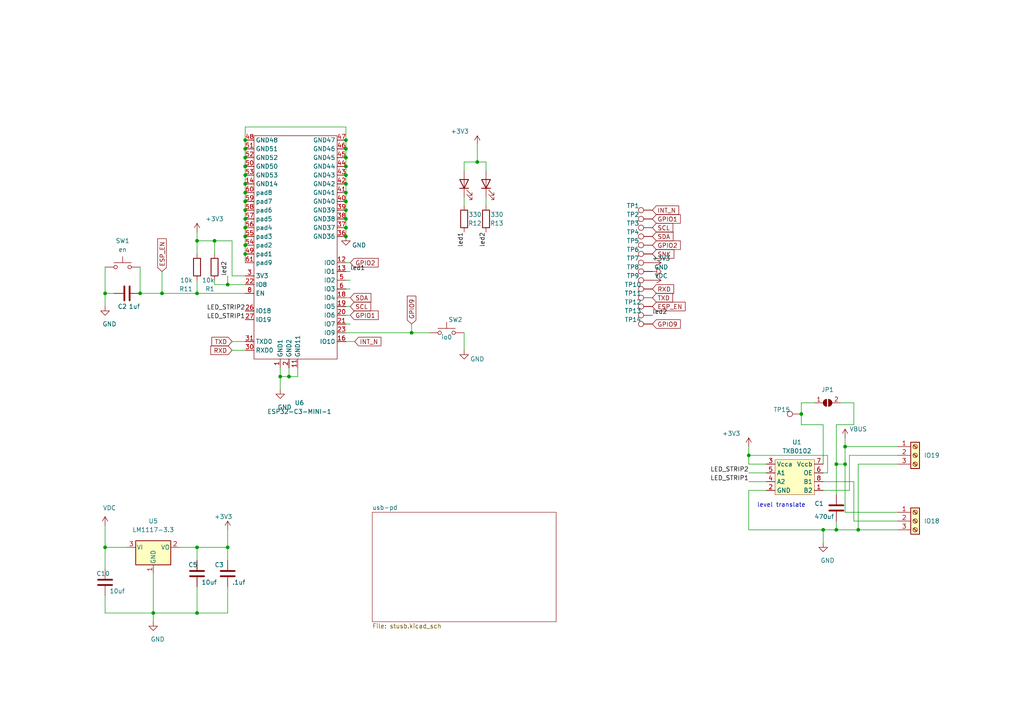
<source format=kicad_sch>
(kicad_sch (version 20210621) (generator eeschema)
  (paper "A4")
  (lib_symbols
    (symbol "Connector:Screw_Terminal_01x03" (pin_names (offset 1.016) hide)
      (property "Reference" "J" (at 0 5.08 0))
      (property "Value" "Screw_Terminal_01x03" (at 0 -5.08 0))
      (symbol "Screw_Terminal_01x03_1_1"
        (circle (center 0 -2.54) (radius 0.635) (stroke (width 0.1524)))
        (circle (center 0 0) (radius 0.635) (stroke (width 0.1524)))
        (circle (center 0 2.54) (radius 0.635) (stroke (width 0.1524)))
        (rectangle (start -1.27 3.81) (end 1.27 -3.81) (stroke (width 0.254)) (fill (type background)))
        (polyline (pts (xy -0.5334 -2.2098) (xy 0.3302 -3.048)) (stroke (width 0.1524)))
        (polyline (pts (xy -0.5334 0.3302) (xy 0.3302 -0.508)) (stroke (width 0.1524)))
        (polyline (pts (xy -0.5334 2.8702) (xy 0.3302 2.032)) (stroke (width 0.1524)))
        (polyline (pts (xy -0.3556 -2.032) (xy 0.508 -2.8702)) (stroke (width 0.1524)))
        (polyline (pts (xy -0.3556 0.508) (xy 0.508 -0.3302)) (stroke (width 0.1524)))
        (polyline (pts (xy -0.3556 3.048) (xy 0.508 2.2098)) (stroke (width 0.1524)))
        (pin passive line (at -5.08 2.54 0) (length 3.81) (name "Pin_1") (number "1"))
        (pin passive line (at -5.08 0 0) (length 3.81) (name "Pin_2") (number "2"))
        (pin passive line (at -5.08 -2.54 0) (length 3.81) (name "Pin_3") (number "3"))
      )
    )
    (symbol "Connector:TestPoint" (pin_numbers hide) (pin_names (offset 0.762) hide)
      (property "Reference" "TP" (at 0 6.858 0))
      (property "Value" "TestPoint" (at 0 5.08 0))
      (symbol "TestPoint_0_1"
        (circle (center 0 3.302) (radius 0.762))
      )
      (symbol "TestPoint_1_1"
        (pin passive line (at 0 0 90) (length 2.54) (name "1") (number "1"))
      )
    )
    (symbol "Device:C" (pin_numbers hide) (pin_names (offset 0.254))
      (property "Reference" "C" (at 0.635 2.54 0))
      (property "Value" "C" (at 0.635 -2.54 0))
      (symbol "C_0_1"
        (polyline (pts (xy -2.032 -0.762) (xy 2.032 -0.762)) (stroke (width 0.508)))
        (polyline (pts (xy -2.032 0.762) (xy 2.032 0.762)) (stroke (width 0.508)))
      )
      (symbol "C_1_1"
        (pin passive line (at 0 3.81 270) (length 2.794) (name "~") (number "1"))
        (pin passive line (at 0 -3.81 90) (length 2.794) (name "~") (number "2"))
      )
    )
    (symbol "Device:LED" (pin_numbers hide) (pin_names (offset 1.016) hide)
      (property "Reference" "D" (at 0 2.54 0))
      (property "Value" "LED" (at 0 -2.54 0))
      (symbol "LED_0_1"
        (polyline (pts (xy -1.27 -1.27) (xy -1.27 1.27)) (stroke (width 0.254)))
        (polyline (pts (xy -1.27 0) (xy 1.27 0)))
        (polyline (pts (xy 1.27 -1.27) (xy 1.27 1.27) (xy -1.27 0) (xy 1.27 -1.27)) (stroke (width 0.254)))
        (polyline (pts (xy -3.048 -0.762) (xy -4.572 -2.286) (xy -3.81 -2.286) (xy -4.572 -2.286) (xy -4.572 -1.524)))
        (polyline (pts (xy -1.778 -0.762) (xy -3.302 -2.286) (xy -2.54 -2.286) (xy -3.302 -2.286) (xy -3.302 -1.524)))
      )
      (symbol "LED_1_1"
        (pin passive line (at -3.81 0 0) (length 2.54) (name "K") (number "1"))
        (pin passive line (at 3.81 0 180) (length 2.54) (name "A") (number "2"))
      )
    )
    (symbol "Device:R" (pin_numbers hide) (pin_names (offset 0))
      (property "Reference" "R" (at 2.032 0 90))
      (property "Value" "R" (at 0 0 90))
      (symbol "R_0_1"
        (rectangle (start -1.016 -2.54) (end 1.016 2.54) (stroke (width 0.254)))
      )
      (symbol "R_1_1"
        (pin passive line (at 0 3.81 270) (length 1.27) (name "~") (number "1"))
        (pin passive line (at 0 -3.81 90) (length 1.27) (name "~") (number "2"))
      )
    )
    (symbol "Jumper:SolderJumper_2_Open" (pin_names (offset 0) hide)
      (property "Reference" "JP" (at 0 2.032 0))
      (property "Value" "SolderJumper_2_Open" (at 0 -2.54 0))
      (symbol "SolderJumper_2_Open_0_1"
        (arc (start -0.254 1.016) (end -0.254 -1.016) (radius (at -0.254 0) (length 1.016) (angles 90.1 -90.1)))
        (arc (start 0.254 -1.016) (end 0.254 1.016) (radius (at 0.254 0) (length 1.016) (angles -89.9 89.9)))
        (arc (start -0.254 1.016) (end -0.254 -1.016) (radius (at -0.254 0) (length 1.016) (angles 90.1 -90.1)) (fill (type outline)))
        (arc (start 0.254 -1.016) (end 0.254 1.016) (radius (at 0.254 0) (length 1.016) (angles -89.9 89.9)) (fill (type outline)))
        (polyline (pts (xy -0.254 1.016) (xy -0.254 -1.016)))
        (polyline (pts (xy 0.254 1.016) (xy 0.254 -1.016)))
      )
      (symbol "SolderJumper_2_Open_1_1"
        (pin passive line (at -3.81 0 0) (length 2.54) (name "A") (number "1"))
        (pin passive line (at 3.81 0 180) (length 2.54) (name "B") (number "2"))
      )
    )
    (symbol "Regulator_Linear:LM1117-3.3" (pin_names (offset 0.254))
      (property "Reference" "U" (at -3.81 3.175 0))
      (property "Value" "LM1117-3.3" (at 0 3.175 0))
      (symbol "LM1117-3.3_0_1"
        (rectangle (start -5.08 -5.08) (end 5.08 1.905) (stroke (width 0.254)) (fill (type background)))
      )
      (symbol "LM1117-3.3_1_1"
        (pin power_in line (at 0 -7.62 90) (length 2.54) (name "GND") (number "1"))
        (pin power_out line (at 7.62 0 180) (length 2.54) (name "VO") (number "2"))
        (pin power_in line (at -7.62 0 0) (length 2.54) (name "VI") (number "3"))
      )
    )
    (symbol "Switch:SW_Push" (pin_numbers hide) (pin_names (offset 1.016) hide)
      (property "Reference" "SW" (at 1.27 2.54 0))
      (property "Value" "SW_Push" (at 0 -1.524 0))
      (symbol "SW_Push_0_1"
        (circle (center -2.032 0) (radius 0.508))
        (circle (center 2.032 0) (radius 0.508))
        (polyline (pts (xy 0 1.27) (xy 0 3.048)))
        (polyline (pts (xy 2.54 1.27) (xy -2.54 1.27)))
        (pin passive line (at -5.08 0 0) (length 2.54) (name "1") (number "1"))
        (pin passive line (at 5.08 0 180) (length 2.54) (name "2") (number "2"))
      )
    )
    (symbol "power:+3.3V" (power) (pin_names (offset 0))
      (property "Value" "+3.3V" (at 0 3.556 0))
      (symbol "+3.3V_0_1"
        (polyline (pts (xy -0.762 1.27) (xy 0 2.54)))
        (polyline (pts (xy 0 0) (xy 0 2.54)))
        (polyline (pts (xy 0 2.54) (xy 0.762 1.27)))
      )
      (symbol "+3.3V_1_1"
        (pin power_in line (at 0 0 90) (length 0) hide (name "+3V3") (number "1"))
      )
    )
    (symbol "power:GND" (power) (pin_names (offset 0))
      (property "Value" "GND" (at 0 -3.81 0))
      (symbol "GND_0_1"
        (polyline (pts (xy 0 0) (xy 0 -1.27) (xy 1.27 -1.27) (xy 0 -2.54) (xy -1.27 -1.27) (xy 0 -1.27)))
      )
      (symbol "GND_1_1"
        (pin power_in line (at 0 0 270) (length 0) hide (name "GND") (number "1"))
      )
    )
    (symbol "power:VBUS" (power) (pin_names (offset 0))
      (property "Value" "VBUS" (at 0 3.81 0))
      (symbol "VBUS_0_1"
        (polyline (pts (xy -0.762 1.27) (xy 0 2.54)))
        (polyline (pts (xy 0 0) (xy 0 2.54)))
        (polyline (pts (xy 0 2.54) (xy 0.762 1.27)))
      )
      (symbol "VBUS_1_1"
        (pin power_in line (at 0 0 90) (length 0) hide (name "VBUS") (number "1"))
      )
    )
    (symbol "power:VDC" (power) (pin_names (offset 0))
      (property "Value" "VDC" (at 0 6.35 0))
      (symbol "VDC_0_1"
        (polyline (pts (xy -0.762 1.27) (xy 0 2.54)))
        (polyline (pts (xy 0 0) (xy 0 2.54)))
        (polyline (pts (xy 0 2.54) (xy 0.762 1.27)))
      )
      (symbol "VDC_1_1"
        (pin power_in line (at 0 0 90) (length 0) hide (name "VDC") (number "1"))
      )
    )
    (symbol "precise:ESP32-C3-MINI-1"
      (property "Reference" "U" (at 10.16 -17.78 0))
      (property "Value" "ESP32-C3-MINI-1" (at 15.24 -21.59 0))
      (symbol "ESP32-C3-MINI-1_0_0"
        (text "" (at 6.35 -25.4 0) (effects (font (size 1.27 1.27))))
        (text "" (at 16.51 2.54 0) (effects (font (size 1.27 1.27))))
        (pin power_out line (at 0 -19.05 90) (length 2.54) (name "GND11") (number "11"))
        (pin power_out line (at -15.24 34.29 0) (length 2.54) (name "GND14") (number "14"))
        (pin power_out line (at -2.54 -19.05 90) (length 2.54) (name "GND2") (number "2"))
        (pin power_out line (at 13.97 19.05 180) (length 2.54) (name "GND36") (number "36"))
        (pin power_out line (at 13.97 21.59 180) (length 2.54) (name "GND37") (number "37"))
        (pin power_out line (at 13.97 24.13 180) (length 2.54) (name "GND38") (number "38"))
        (pin power_out line (at 13.97 26.67 180) (length 2.54) (name "GND39") (number "39"))
        (pin power_out line (at 13.97 29.21 180) (length 2.54) (name "GND40") (number "40"))
        (pin power_out line (at 13.97 31.75 180) (length 2.54) (name "GND41") (number "41"))
        (pin power_out line (at 13.97 34.29 180) (length 2.54) (name "GND42") (number "42"))
        (pin power_out line (at 13.97 36.83 180) (length 2.54) (name "GND43") (number "43"))
        (pin power_out line (at 13.97 39.37 180) (length 2.54) (name "GND44") (number "44"))
        (pin power_out line (at 13.97 41.91 180) (length 2.54) (name "GND45") (number "45"))
        (pin power_out line (at 13.97 44.45 180) (length 2.54) (name "GND46") (number "46"))
        (pin power_out line (at 13.97 46.99 180) (length 2.54) (name "GND47") (number "47"))
        (pin power_out line (at -15.24 46.99 0) (length 2.54) (name "GND48") (number "48"))
        (pin power_out line (at -15.24 13.97 0) (length 2.54) (name "pad1") (number "49"))
        (pin power_out line (at -15.24 39.37 0) (length 2.54) (name "GND50") (number "50"))
        (pin power_out line (at -15.24 44.45 0) (length 2.54) (name "GND51") (number "51"))
        (pin power_out line (at -15.24 41.91 0) (length 2.54) (name "GND52") (number "52"))
        (pin power_out line (at -15.24 36.83 0) (length 2.54) (name "GND53") (number "53"))
        (pin power_out line (at -15.24 16.51 0) (length 2.54) (name "pad2") (number "54"))
        (pin power_out line (at -15.24 19.05 0) (length 2.54) (name "pad3") (number "55"))
        (pin power_out line (at -15.24 21.59 0) (length 2.54) (name "pad4") (number "56"))
        (pin power_out line (at -15.24 24.13 0) (length 2.54) (name "pad5") (number "57"))
        (pin power_out line (at -15.24 26.67 0) (length 2.54) (name "pad6") (number "58"))
        (pin power_out line (at -15.24 29.21 0) (length 2.54) (name "pad7") (number "59"))
        (pin power_out line (at -15.24 31.75 0) (length 2.54) (name "pad8") (number "60"))
        (pin power_out line (at -15.24 11.43 0) (length 2.54) (name "pad9") (number "61"))
      )
      (symbol "ESP32-C3-MINI-1_0_1"
        (rectangle (start -12.7 48.26) (end 11.43 -16.51) (stroke (width 0.1524)))
      )
      (symbol "ESP32-C3-MINI-1_1_1"
        (pin power_out line (at -5.08 -19.05 90) (length 2.54) (name "GND1") (number "1"))
        (pin no_connect line (at 52.07 20.955 270) (length 2.54) hide (name "NC10") (number "10"))
        (pin input line (at 13.97 11.43 180) (length 2.54) (name "IO0") (number "12"))
        (pin input line (at 13.97 8.89 180) (length 2.54) (name "IO1") (number "13"))
        (pin no_connect line (at 53.975 20.955 270) (length 2.54) hide (name "NC15") (number "15"))
        (pin input line (at 13.97 -11.43 180) (length 2.54) (name "IO10") (number "16"))
        (pin no_connect line (at 55.88 20.955 270) (length 2.54) hide (name "NC17") (number "17"))
        (pin input line (at 13.97 1.27 180) (length 2.54) (name "IO4") (number "18"))
        (pin input line (at 13.97 -1.27 180) (length 2.54) (name "IO5") (number "19"))
        (pin input line (at 13.97 -3.81 180) (length 2.54) (name "IO6") (number "20"))
        (pin input line (at 13.97 -6.35 180) (length 2.54) (name "IO7") (number "21"))
        (pin input line (at -15.24 5.08 0) (length 2.54) (name "IO8") (number "22"))
        (pin input line (at 13.97 -8.89 180) (length 2.54) (name "IO9") (number "23"))
        (pin no_connect line (at 54.61 20.955 270) (length 2.54) hide (name "NC24") (number "24"))
        (pin no_connect line (at 56.515 20.955 270) (length 2.54) hide (name "NC25") (number "25"))
        (pin input line (at -15.24 -2.54 0) (length 2.54) (name "IO18") (number "26"))
        (pin input line (at -15.24 -5.08 0) (length 2.54) (name "IO19") (number "27"))
        (pin no_connect line (at 58.42 20.955 270) (length 2.54) hide (name "NC28") (number "28"))
        (pin no_connect line (at 60.325 20.955 270) (length 2.54) hide (name "NC29") (number "29"))
        (pin power_in line (at -15.24 7.62 0) (length 2.54) (name "3V3") (number "3"))
        (pin input line (at -15.24 -13.97 0) (length 2.54) (name "RXD0") (number "30"))
        (pin output line (at -15.24 -11.43 0) (length 2.54) (name "TXD0") (number "31"))
        (pin no_connect line (at 62.23 20.955 270) (length 2.54) hide (name "NC32") (number "32"))
        (pin no_connect line (at 64.135 20.955 270) (length 2.54) hide (name "NC33") (number "33"))
        (pin no_connect line (at 66.04 20.955 270) (length 2.54) hide (name "NC34") (number "34"))
        (pin no_connect line (at 67.945 20.955 270) (length 2.54) hide (name "NC35") (number "35"))
        (pin no_connect line (at 46.355 20.955 270) (length 2.54) hide (name "NC4") (number "4"))
        (pin input line (at 13.97 6.35 180) (length 2.54) (name "IO2") (number "5"))
        (pin input line (at 13.97 3.81 180) (length 2.54) (name "IO3") (number "6"))
        (pin no_connect line (at 48.26 20.955 270) (length 2.54) hide (name "NC7") (number "7"))
        (pin input line (at -15.24 2.54 0) (length 2.54) (name "EN") (number "8"))
        (pin no_connect line (at 50.165 20.955 270) (length 2.54) hide (name "NC9") (number "9"))
      )
    )
    (symbol "precise:TXB0102"
      (property "Reference" "U2?" (at 1.27 10.16 0))
      (property "Value" "TXB0102" (at 1.27 7.62 0))
      (symbol "TXB0102_0_1"
        (rectangle (start -5.08 5.08) (end 6.35 -5.08) (stroke (width 0.1)) (fill (type background)))
      )
      (symbol "TXB0102_1_1"
        (pin bidirectional line (at 8.89 -3.81 180) (length 2.54) (name "B2") (number "1"))
        (pin power_out line (at -7.62 -3.81 0) (length 2.54) (name "GND") (number "2"))
        (pin power_in line (at -7.62 3.81 0) (length 2.54) (name "Vcca") (number "3"))
        (pin bidirectional line (at -7.62 -1.27 0) (length 2.54) (name "A2") (number "4"))
        (pin bidirectional line (at -7.62 1.27 0) (length 2.54) (name "A1") (number "5"))
        (pin input line (at 8.89 1.27 180) (length 2.54) (name "OE") (number "6"))
        (pin power_in line (at 8.89 3.81 180) (length 2.54) (name "Vccb") (number "7"))
        (pin bidirectional line (at 8.89 -1.27 180) (length 2.54) (name "B1") (number "8"))
      )
    )
  )
  (junction (at 30.48 85.09) (diameter 0.9144))
  (junction (at 30.48 158.75) (diameter 0.9144))
  (junction (at 40.64 85.09) (diameter 0.9144))
  (junction (at 44.45 177.8) (diameter 0.9144))
  (junction (at 46.99 85.09) (diameter 0.9144))
  (junction (at 57.15 69.85) (diameter 0.9144))
  (junction (at 57.15 85.09) (diameter 0.9144))
  (junction (at 57.15 158.75) (diameter 0.9144))
  (junction (at 57.15 177.8) (diameter 0.9144))
  (junction (at 62.23 69.85) (diameter 0.9144))
  (junction (at 66.04 82.55) (diameter 0.9144))
  (junction (at 66.04 158.75) (diameter 0.9144))
  (junction (at 71.12 40.64) (diameter 0.9144))
  (junction (at 71.12 43.18) (diameter 0.9144))
  (junction (at 71.12 45.72) (diameter 0.9144))
  (junction (at 71.12 48.26) (diameter 0.9144))
  (junction (at 71.12 50.8) (diameter 0.9144))
  (junction (at 71.12 53.34) (diameter 0.9144))
  (junction (at 71.12 55.88) (diameter 0.9144))
  (junction (at 71.12 58.42) (diameter 0.9144))
  (junction (at 71.12 60.96) (diameter 0.9144))
  (junction (at 71.12 63.5) (diameter 0.9144))
  (junction (at 71.12 66.04) (diameter 0.9144))
  (junction (at 71.12 68.58) (diameter 0.9144))
  (junction (at 71.12 71.12) (diameter 0.9144))
  (junction (at 71.12 73.66) (diameter 0.9144))
  (junction (at 81.28 109.22) (diameter 0.9144))
  (junction (at 83.82 109.22) (diameter 0.9144))
  (junction (at 100.33 40.64) (diameter 0.9144))
  (junction (at 100.33 43.18) (diameter 0.9144))
  (junction (at 100.33 45.72) (diameter 0.9144))
  (junction (at 100.33 48.26) (diameter 0.9144))
  (junction (at 100.33 50.8) (diameter 0.9144))
  (junction (at 100.33 53.34) (diameter 0.9144))
  (junction (at 100.33 55.88) (diameter 0.9144))
  (junction (at 100.33 58.42) (diameter 0.9144))
  (junction (at 100.33 60.96) (diameter 0.9144))
  (junction (at 100.33 63.5) (diameter 0.9144))
  (junction (at 100.33 66.04) (diameter 0.9144))
  (junction (at 100.33 68.58) (diameter 0.9144))
  (junction (at 119.38 96.52) (diameter 0.9144))
  (junction (at 138.43 46.99))
  (junction (at 217.17 132.08) (diameter 0.9144))
  (junction (at 232.41 120.0819))
  (junction (at 238.76 153.67) (diameter 0.9144))
  (junction (at 242.57 134.62) (diameter 0.9144))
  (junction (at 242.57 153.67) (diameter 0.9144))
  (junction (at 245.11 129.54) (diameter 0.9144))
  (junction (at 245.11 134.62) (diameter 0.9144))
  (junction (at 248.92 153.67) (diameter 0.9144))
  (wire (pts (xy 30.48 77.47) (xy 30.48 85.09)))
  (wire (pts (xy 30.48 85.09) (xy 30.48 88.9)))
  (wire (pts (xy 30.48 85.09) (xy 33.02 85.09)))
  (wire (pts (xy 30.48 152.4) (xy 30.48 158.75)))
  (wire (pts (xy 30.48 158.75) (xy 30.48 165.1)))
  (wire (pts (xy 30.48 158.75) (xy 36.83 158.75)))
  (wire (pts (xy 30.48 172.72) (xy 30.48 177.8)))
  (wire (pts (xy 30.48 177.8) (xy 44.45 177.8)))
  (wire (pts (xy 40.64 77.47) (xy 40.64 85.09)))
  (wire (pts (xy 44.45 166.37) (xy 44.45 177.8)))
  (wire (pts (xy 44.45 177.8) (xy 44.45 180.34)))
  (wire (pts (xy 44.45 177.8) (xy 57.15 177.8)))
  (wire (pts (xy 46.99 78.74) (xy 46.99 85.09)))
  (wire (pts (xy 46.99 85.09) (xy 40.64 85.09)))
  (wire (pts (xy 52.07 158.75) (xy 57.15 158.75)))
  (wire (pts (xy 57.15 67.31) (xy 57.15 69.85)))
  (wire (pts (xy 57.15 69.85) (xy 57.15 73.66)))
  (wire (pts (xy 57.15 69.85) (xy 62.23 69.85)))
  (wire (pts (xy 57.15 81.28) (xy 57.15 85.09)))
  (wire (pts (xy 57.15 85.09) (xy 46.99 85.09)))
  (wire (pts (xy 57.15 85.09) (xy 71.12 85.09)))
  (wire (pts (xy 57.15 158.75) (xy 57.15 162.56)))
  (wire (pts (xy 57.15 158.75) (xy 66.04 158.75)))
  (wire (pts (xy 57.15 170.18) (xy 57.15 177.8)))
  (wire (pts (xy 57.15 177.8) (xy 66.04 177.8)))
  (wire (pts (xy 62.23 69.85) (xy 62.23 73.66)))
  (wire (pts (xy 62.23 69.85) (xy 67.31 69.85)))
  (wire (pts (xy 62.23 81.28) (xy 62.23 82.55)))
  (wire (pts (xy 62.23 82.55) (xy 66.04 82.55)))
  (wire (pts (xy 66.04 80.01) (xy 66.04 82.55)))
  (wire (pts (xy 66.04 82.55) (xy 71.12 82.55)))
  (wire (pts (xy 66.04 153.67) (xy 66.04 158.75)))
  (wire (pts (xy 66.04 158.75) (xy 66.04 162.56)))
  (wire (pts (xy 66.04 170.18) (xy 66.04 177.8)))
  (wire (pts (xy 67.31 80.01) (xy 67.31 69.85)))
  (wire (pts (xy 71.12 36.83) (xy 100.33 36.83)))
  (wire (pts (xy 71.12 40.64) (xy 71.12 36.83)))
  (wire (pts (xy 71.12 40.64) (xy 71.12 43.18)))
  (wire (pts (xy 71.12 43.18) (xy 71.12 45.72)))
  (wire (pts (xy 71.12 45.72) (xy 71.12 48.26)))
  (wire (pts (xy 71.12 48.26) (xy 71.12 50.8)))
  (wire (pts (xy 71.12 50.8) (xy 71.12 53.34)))
  (wire (pts (xy 71.12 53.34) (xy 71.12 55.88)))
  (wire (pts (xy 71.12 55.88) (xy 71.12 58.42)))
  (wire (pts (xy 71.12 58.42) (xy 71.12 60.96)))
  (wire (pts (xy 71.12 60.96) (xy 71.12 63.5)))
  (wire (pts (xy 71.12 63.5) (xy 71.12 66.04)))
  (wire (pts (xy 71.12 66.04) (xy 71.12 68.58)))
  (wire (pts (xy 71.12 68.58) (xy 71.12 71.12)))
  (wire (pts (xy 71.12 71.12) (xy 71.12 73.66)))
  (wire (pts (xy 71.12 73.66) (xy 71.12 76.2)))
  (wire (pts (xy 71.12 80.01) (xy 67.31 80.01)))
  (wire (pts (xy 71.12 99.06) (xy 67.31 99.06)))
  (wire (pts (xy 71.12 101.6) (xy 67.31 101.6)))
  (wire (pts (xy 81.28 106.68) (xy 81.28 109.22)))
  (wire (pts (xy 81.28 109.22) (xy 81.28 113.03)))
  (wire (pts (xy 83.82 106.68) (xy 83.82 109.22)))
  (wire (pts (xy 83.82 109.22) (xy 81.28 109.22)))
  (wire (pts (xy 86.36 106.68) (xy 86.36 109.22)))
  (wire (pts (xy 86.36 109.22) (xy 83.82 109.22)))
  (wire (pts (xy 100.33 36.83) (xy 100.33 40.64)))
  (wire (pts (xy 100.33 40.64) (xy 100.33 43.18)))
  (wire (pts (xy 100.33 43.18) (xy 100.33 45.72)))
  (wire (pts (xy 100.33 45.72) (xy 100.33 48.26)))
  (wire (pts (xy 100.33 48.26) (xy 100.33 50.8)))
  (wire (pts (xy 100.33 50.8) (xy 100.33 53.34)))
  (wire (pts (xy 100.33 53.34) (xy 100.33 55.88)))
  (wire (pts (xy 100.33 55.88) (xy 100.33 58.42)))
  (wire (pts (xy 100.33 58.42) (xy 100.33 60.96)))
  (wire (pts (xy 100.33 60.96) (xy 100.33 63.5)))
  (wire (pts (xy 100.33 63.5) (xy 100.33 66.04)))
  (wire (pts (xy 100.33 66.04) (xy 100.33 68.58)))
  (wire (pts (xy 100.33 76.2) (xy 101.6 76.2)))
  (wire (pts (xy 100.33 78.74) (xy 101.6 78.74)))
  (wire (pts (xy 100.33 81.28) (xy 101.6 81.28)))
  (wire (pts (xy 100.33 83.82) (xy 101.6 83.82)))
  (wire (pts (xy 100.33 86.36) (xy 101.6 86.36)))
  (wire (pts (xy 100.33 88.9) (xy 101.6 88.9)))
  (wire (pts (xy 100.33 91.44) (xy 101.6 91.44)))
  (wire (pts (xy 100.33 93.98) (xy 101.6 93.98)))
  (wire (pts (xy 100.33 96.52) (xy 119.38 96.52)))
  (wire (pts (xy 100.33 99.06) (xy 102.87 99.06)))
  (wire (pts (xy 119.38 93.98) (xy 119.38 96.52)))
  (wire (pts (xy 119.38 96.52) (xy 124.46 96.52)))
  (wire (pts (xy 134.62 46.99) (xy 134.62 49.53)))
  (wire (pts (xy 134.62 46.99) (xy 138.43 46.99)))
  (wire (pts (xy 134.62 57.15) (xy 134.62 59.69)))
  (wire (pts (xy 134.62 96.52) (xy 134.62 101.6)))
  (wire (pts (xy 138.43 41.91) (xy 138.43 46.99)))
  (wire (pts (xy 138.43 46.99) (xy 140.97 46.99)))
  (wire (pts (xy 140.97 46.99) (xy 140.97 49.53)))
  (wire (pts (xy 140.97 57.15) (xy 140.97 59.69)))
  (wire (pts (xy 217.17 129.54) (xy 217.17 132.08)))
  (wire (pts (xy 217.17 132.08) (xy 217.17 134.62)))
  (wire (pts (xy 217.17 134.62) (xy 222.25 134.62)))
  (wire (pts (xy 217.17 137.16) (xy 222.25 137.16)))
  (wire (pts (xy 217.17 139.7) (xy 222.25 139.7)))
  (wire (pts (xy 217.17 142.24) (xy 217.17 153.67)))
  (wire (pts (xy 217.17 153.67) (xy 238.76 153.67)))
  (wire (pts (xy 222.25 142.24) (xy 217.17 142.24)))
  (wire (pts (xy 232.41 116.84) (xy 232.41 120.0819)))
  (wire (pts (xy 232.41 116.84) (xy 236.22 116.84)))
  (wire (pts (xy 232.41 120.0819) (xy 232.41 123.19)))
  (wire (pts (xy 238.76 123.19) (xy 232.41 123.19)))
  (wire (pts (xy 238.76 134.62) (xy 238.76 123.19)))
  (wire (pts (xy 238.76 137.16) (xy 240.03 137.16)))
  (wire (pts (xy 238.76 153.67) (xy 238.76 157.48)))
  (wire (pts (xy 238.76 153.67) (xy 242.57 153.67)))
  (wire (pts (xy 240.03 132.08) (xy 217.17 132.08)))
  (wire (pts (xy 240.03 137.16) (xy 240.03 132.08)))
  (wire (pts (xy 242.57 123.19) (xy 242.57 134.62)))
  (wire (pts (xy 242.57 134.62) (xy 242.57 143.51)))
  (wire (pts (xy 242.57 134.62) (xy 245.11 134.62)))
  (wire (pts (xy 242.57 151.13) (xy 242.57 153.67)))
  (wire (pts (xy 242.57 153.67) (xy 248.92 153.67)))
  (wire (pts (xy 243.84 116.84) (xy 247.65 116.84)))
  (wire (pts (xy 245.11 127) (xy 245.11 129.54)))
  (wire (pts (xy 245.11 129.54) (xy 245.11 134.62)))
  (wire (pts (xy 245.11 129.54) (xy 260.35 129.54)))
  (wire (pts (xy 245.11 134.62) (xy 245.11 148.59)))
  (wire (pts (xy 245.11 148.59) (xy 260.35 148.59)))
  (wire (pts (xy 246.38 132.08) (xy 246.38 142.24)))
  (wire (pts (xy 246.38 132.08) (xy 260.35 132.08)))
  (wire (pts (xy 246.38 142.24) (xy 238.76 142.24)))
  (wire (pts (xy 247.65 116.84) (xy 247.65 123.19)))
  (wire (pts (xy 247.65 123.19) (xy 242.57 123.19)))
  (wire (pts (xy 247.65 139.7) (xy 238.76 139.7)))
  (wire (pts (xy 247.65 139.7) (xy 247.65 151.13)))
  (wire (pts (xy 247.65 151.13) (xy 260.35 151.13)))
  (wire (pts (xy 248.92 134.62) (xy 248.92 153.67)))
  (wire (pts (xy 248.92 134.62) (xy 260.35 134.62)))
  (wire (pts (xy 248.92 153.67) (xy 260.35 153.67)))
  (text "level translate\n" (at 233.68 147.32 180) (effects (font (size 1.27 1.27)) (justify right bottom)))
  (label "led2" (at 66.04 80.01 90))
  (label "LED_STRIP2" (at 71.12 90.17 180))
  (label "LED_STRIP1" (at 71.12 92.71 180))
  (label "led1" (at 101.6 78.74 0))
  (label "led1" (at 134.62 67.31 270))
  (label "led2" (at 140.97 67.31 270))
  (label "led2" (at 189.23 91.44 0))
  (label "LED_STRIP2" (at 217.17 137.16 180))
  (label "LED_STRIP1" (at 217.17 139.7 180))
  (global_label "ESP_EN" (shape input) (at 46.99 78.74 90) (property "Intersheet References" "${INTERSHEET_REFS}" (effects hide)))
  (global_label "TXD" (shape input) (at 67.31 99.06 180) (property "Intersheet References" "${INTERSHEET_REFS}" (effects hide)))
  (global_label "RXD" (shape input) (at 67.31 101.6 180) (property "Intersheet References" "${INTERSHEET_REFS}" (effects hide)))
  (global_label "GPIO2" (shape input) (at 101.6 76.2 0) (property "Intersheet References" "${INTERSHEET_REFS}" (effects hide)))
  (global_label "SDA" (shape input) (at 101.6 86.36 0) (property "Intersheet References" "${INTERSHEET_REFS}" (effects hide)))
  (global_label "SCL" (shape input) (at 101.6 88.9 0) (property "Intersheet References" "${INTERSHEET_REFS}" (effects hide)))
  (global_label "GPIO1" (shape input) (at 101.6 91.44 0) (property "Intersheet References" "${INTERSHEET_REFS}" (effects hide)))
  (global_label "INT_N" (shape input) (at 102.87 99.06 0) (property "Intersheet References" "${INTERSHEET_REFS}" (effects hide)))
  (global_label "GPIO9" (shape input) (at 119.38 93.98 90) (property "Intersheet References" "${INTERSHEET_REFS}" (effects hide)))
  (global_label "INT_N" (shape input) (at 189.23 60.96 0) (property "Intersheet References" "${INTERSHEET_REFS}" (effects hide)))
  (global_label "GPIO1" (shape input) (at 189.23 63.5 0) (property "Intersheet References" "${INTERSHEET_REFS}" (effects hide)))
  (global_label "SCL" (shape input) (at 189.23 66.04 0) (property "Intersheet References" "${INTERSHEET_REFS}" (effects hide)))
  (global_label "SDA" (shape input) (at 189.23 68.58 0) (property "Intersheet References" "${INTERSHEET_REFS}" (effects hide)))
  (global_label "GPIO2" (shape input) (at 189.23 71.12 0) (property "Intersheet References" "${INTERSHEET_REFS}" (effects hide)))
  (global_label "SNK" (shape input) (at 189.23 73.66 0) (property "Intersheet References" "${INTERSHEET_REFS}" (effects hide)))
  (global_label "RXD" (shape input) (at 189.23 83.82 0) (property "Intersheet References" "${INTERSHEET_REFS}" (effects hide)))
  (global_label "TXD" (shape input) (at 189.23 86.36 0) (property "Intersheet References" "${INTERSHEET_REFS}" (effects hide)))
  (global_label "ESP_EN" (shape input) (at 189.23 88.9 0) (property "Intersheet References" "${INTERSHEET_REFS}" (effects hide)))
  (global_label "GPIO9" (shape input) (at 189.23 93.98 0) (property "Intersheet References" "${INTERSHEET_REFS}" (effects hide)))
  (symbol (lib_id "power:VDC") (at 30.48 152.4 0) (unit 1)
    (property "Reference" "#PWR0121" (effects hide))
    (property "Value" "VDC" (at 31.75 147.32 0))
  )
  (symbol (lib_id "power:+3.3V") (at 57.15 67.31 0) (mirror y) (unit 1)
    (property "Reference" "#PWR0104" (effects hide))
    (property "Value" "+3.3V" (at 62.23 63.5 0))
  )
  (symbol (lib_id "power:+3.3V") (at 66.04 153.67 0) (unit 1)
    (property "Reference" "#PWR0124" (effects hide))
    (property "Value" "+3.3V" (at 64.77 149.86 0))
  )
  (symbol (lib_id "power:+3.3V") (at 138.43 41.91 0) (unit 1)
    (property "Reference" "#PWR0106" (effects hide))
    (property "Value" "+3.3V" (at 133.35 38.1 0))
  )
  (symbol (lib_id "power:+3.3V") (at 189.23 76.2 270) (mirror x) (unit 1)
    (property "Reference" "#PWR0119" (effects hide))
    (property "Value" "+3.3V" (at 191.77 74.93 90))
  )
  (symbol (lib_id "power:VDC") (at 189.23 81.28 270) (unit 1)
    (property "Reference" "#PWR0112" (effects hide))
    (property "Value" "VDC" (at 191.77 80.01 90))
  )
  (symbol (lib_id "power:+3.3V") (at 217.17 129.54 0) (unit 1)
    (property "Reference" "#PWR0101" (effects hide))
    (property "Value" "+3.3V" (at 212.09 125.73 0))
  )
  (symbol (lib_id "power:VBUS") (at 245.11 127 0) (unit 1)
    (property "Reference" "#PWR0102" (effects hide))
    (property "Value" "VBUS" (at 248.92 124.46 0))
  )
  (symbol (lib_id "Connector:TestPoint") (at 189.23 60.96 90) (unit 1)
    (property "Reference" "TP1" (at 183.5785 59.69 90))
    (property "Value" "TestPoint" (effects hide))
    (property "Footprint" "TestPoint:TestPoint_Pad_D2.0mm" (effects hide))
  )
  (symbol (lib_id "Connector:TestPoint") (at 189.23 63.5 90) (unit 1)
    (property "Reference" "TP2" (at 183.5785 62.23 90))
    (property "Value" "TestPoint" (effects hide))
    (property "Footprint" "TestPoint:TestPoint_Pad_D2.0mm" (effects hide))
  )
  (symbol (lib_id "Connector:TestPoint") (at 189.23 66.04 90) (unit 1)
    (property "Reference" "TP3" (at 183.5785 64.77 90))
    (property "Value" "TestPoint" (effects hide))
    (property "Footprint" "TestPoint:TestPoint_Pad_D2.0mm" (effects hide))
  )
  (symbol (lib_id "Connector:TestPoint") (at 189.23 68.58 90) (unit 1)
    (property "Reference" "TP4" (at 183.5785 67.31 90))
    (property "Value" "TestPoint" (effects hide))
    (property "Footprint" "TestPoint:TestPoint_Pad_D2.0mm" (effects hide))
  )
  (symbol (lib_id "Connector:TestPoint") (at 189.23 71.12 90) (unit 1)
    (property "Reference" "TP5" (at 183.5785 69.85 90))
    (property "Value" "TestPoint" (effects hide))
    (property "Footprint" "TestPoint:TestPoint_Pad_D2.0mm" (effects hide))
  )
  (symbol (lib_id "Connector:TestPoint") (at 189.23 73.66 90) (unit 1)
    (property "Reference" "TP6" (at 183.5785 72.39 90))
    (property "Value" "TestPoint" (effects hide))
    (property "Footprint" "TestPoint:TestPoint_Pad_D2.0mm" (effects hide))
  )
  (symbol (lib_id "Connector:TestPoint") (at 189.23 76.2 90) (unit 1)
    (property "Reference" "TP7" (at 183.5785 74.93 90))
    (property "Value" "TestPoint" (effects hide))
    (property "Footprint" "TestPoint:TestPoint_Pad_D2.0mm" (effects hide))
  )
  (symbol (lib_id "Connector:TestPoint") (at 189.23 78.74 90) (unit 1)
    (property "Reference" "TP8" (at 183.5785 77.47 90))
    (property "Value" "TestPoint" (effects hide))
    (property "Footprint" "TestPoint:TestPoint_Pad_D2.0mm" (effects hide))
  )
  (symbol (lib_id "Connector:TestPoint") (at 189.23 81.28 90) (unit 1)
    (property "Reference" "TP9" (at 183.5785 80.01 90))
    (property "Value" "TestPoint" (effects hide))
    (property "Footprint" "TestPoint:TestPoint_Pad_D2.0mm" (effects hide))
  )
  (symbol (lib_id "Connector:TestPoint") (at 189.23 83.82 90) (unit 1)
    (property "Reference" "TP10" (at 183.5785 82.55 90))
    (property "Value" "TestPoint" (effects hide))
    (property "Footprint" "TestPoint:TestPoint_Pad_D2.0mm" (effects hide))
  )
  (symbol (lib_id "Connector:TestPoint") (at 189.23 86.36 90) (unit 1)
    (property "Reference" "TP11" (at 183.5785 85.09 90))
    (property "Value" "TestPoint" (effects hide))
    (property "Footprint" "TestPoint:TestPoint_Pad_D2.0mm" (effects hide))
  )
  (symbol (lib_id "Connector:TestPoint") (at 189.23 88.9 90) (unit 1)
    (property "Reference" "TP12" (at 183.5785 87.63 90))
    (property "Value" "TestPoint" (effects hide))
    (property "Footprint" "TestPoint:TestPoint_Pad_D2.0mm" (effects hide))
  )
  (symbol (lib_id "Connector:TestPoint") (at 189.23 91.44 90) (unit 1)
    (property "Reference" "TP13" (at 183.5785 90.17 90))
    (property "Value" "TestPoint" (effects hide))
    (property "Footprint" "TestPoint:TestPoint_Pad_D2.0mm" (effects hide))
  )
  (symbol (lib_id "Connector:TestPoint") (at 189.23 93.98 90) (unit 1)
    (property "Reference" "TP14" (at 183.5785 92.71 90))
    (property "Value" "TestPoint" (effects hide))
    (property "Footprint" "TestPoint:TestPoint_Pad_D2.0mm" (effects hide))
  )
  (symbol (lib_id "Connector:TestPoint") (at 232.41 120.0819 90) (unit 1)
    (property "Reference" "TP15" (at 226.7585 118.8119 90))
    (property "Value" "TestPoint" (effects hide))
    (property "Footprint" "TestPoint:TestPoint_THTPad_D3.0mm_Drill1.5mm" (effects hide))
  )
  (symbol (lib_id "power:GND") (at 30.48 88.9 0) (unit 1)
    (property "Reference" "#PWR0105" (effects hide))
    (property "Value" "GND" (at 31.75 93.98 0))
  )
  (symbol (lib_id "power:GND") (at 44.45 180.34 0) (unit 1)
    (property "Reference" "#PWR0122" (effects hide))
    (property "Value" "GND" (at 45.72 185.42 0))
  )
  (symbol (lib_id "power:GND") (at 81.28 113.03 0) (unit 1)
    (property "Reference" "#PWR0118" (effects hide))
    (property "Value" "GND" (at 82.55 118.11 0))
  )
  (symbol (lib_id "power:GND") (at 100.33 68.58 0) (unit 1)
    (property "Reference" "#PWR0117" (effects hide))
    (property "Value" "GND" (at 104.14 71.12 0))
  )
  (symbol (lib_id "power:GND") (at 134.62 101.6 0) (unit 1)
    (property "Reference" "#PWR0116" (effects hide))
    (property "Value" "GND" (at 138.43 104.14 0))
  )
  (symbol (lib_id "power:GND") (at 189.23 78.74 90) (unit 1)
    (property "Reference" "#PWR0120" (effects hide))
    (property "Value" "GND" (at 191.77 77.47 90))
  )
  (symbol (lib_id "power:GND") (at 238.76 157.48 0) (unit 1)
    (property "Reference" "#PWR0103" (effects hide))
    (property "Value" "GND" (at 240.03 162.56 0))
  )
  (symbol (lib_id "Jumper:SolderJumper_2_Open") (at 240.03 116.84 0) (unit 1)
    (property "Reference" "JP1" (at 240.03 113.03 0))
    (property "Value" "SolderJumper_2_Open" (effects hide))
    (property "Footprint" "Jumper:SolderJumper-2_P1.3mm_Bridged_RoundedPad1.0x1.5mm" (effects hide))
  )
  (symbol (lib_id "Device:R") (at 57.15 77.47 180) (unit 1)
    (property "Reference" "R11" (at 55.88 83.82 0) (effects (justify left)))
    (property "Value" "10k" (at 55.88 81.28 0) (effects (justify left)))
    (property "Footprint" "Resistor_SMD:R_0603_1608Metric" (effects hide))
  )
  (symbol (lib_id "Device:R") (at 62.23 77.47 180) (unit 1)
    (property "Reference" "R1" (at 62.23 83.82 0) (effects (justify left)))
    (property "Value" "10k" (at 62.23 81.28 0) (effects (justify left)))
    (property "Footprint" "Resistor_SMD:R_0603_1608Metric" (effects hide))
  )
  (symbol (lib_id "Device:R") (at 134.62 63.5 180) (unit 1)
    (property "Reference" "R12" (at 139.7 64.77 0) (effects (justify left)))
    (property "Value" "330" (at 139.7 62.23 0) (effects (justify left)))
    (property "Footprint" "Resistor_SMD:R_0603_1608Metric" (effects hide))
  )
  (symbol (lib_id "Device:R") (at 140.97 63.5 180) (unit 1)
    (property "Reference" "R13" (at 146.05 64.77 0) (effects (justify left)))
    (property "Value" "330" (at 146.05 62.23 0) (effects (justify left)))
    (property "Footprint" "Resistor_SMD:R_0603_1608Metric" (effects hide))
  )
  (symbol (lib_id "Device:LED") (at 134.62 53.34 90) (unit 1)
    (property "Reference" "D1" (effects hide))
    (property "Value" "LED" (effects hide))
    (property "Footprint" "LED_SMD:LED_0603_1608Metric" (effects hide))
  )
  (symbol (lib_id "Device:LED") (at 140.97 53.34 90) (unit 1)
    (property "Reference" "D2" (effects hide))
    (property "Value" "LED" (effects hide))
    (property "Footprint" "LED_SMD:LED_0603_1608Metric" (effects hide))
  )
  (symbol (lib_id "Device:C") (at 30.48 168.91 0) (unit 1)
    (property "Reference" "C10" (at 27.94 166.37 0) (effects (justify left)))
    (property "Value" "10uf" (at 31.75 171.45 0) (effects (justify left)))
    (property "Footprint" "Capacitor_SMD:C_0805_2012Metric" (effects hide))
  )
  (symbol (lib_id "Device:C") (at 36.83 85.09 90) (unit 1)
    (property "Reference" "C2" (at 36.83 88.9 90) (effects (justify left)))
    (property "Value" "1uf" (at 40.64 88.9 90) (effects (justify left)))
    (property "Footprint" "Capacitor_SMD:C_0603_1608Metric" (effects hide))
  )
  (symbol (lib_id "Device:C") (at 57.15 166.37 0) (unit 1)
    (property "Reference" "C5" (at 54.61 163.83 0) (effects (justify left)))
    (property "Value" "10uf" (at 58.42 168.91 0) (effects (justify left)))
    (property "Footprint" "Capacitor_SMD:C_0805_2012Metric" (effects hide))
  )
  (symbol (lib_id "Device:C") (at 66.04 166.37 0) (unit 1)
    (property "Reference" "C3" (at 62.23 163.83 0) (effects (justify left)))
    (property "Value" ".1uf" (at 67.31 168.91 0) (effects (justify left)))
    (property "Footprint" "Capacitor_SMD:C_0603_1608Metric" (effects hide))
  )
  (symbol (lib_id "Device:C") (at 242.57 147.32 0) (unit 1)
    (property "Reference" "C1" (at 236.22 146.05 0) (effects (justify left)))
    (property "Value" "470uf" (at 236.22 149.86 0) (effects (justify left)))
    (property "Footprint" "Capacitor_SMD:C_Elec_10x10.2" (effects hide))
  )
  (symbol (lib_id "Switch:SW_Push") (at 35.56 77.47 0) (unit 1)
    (property "Reference" "SW1" (at 35.56 69.85 0))
    (property "Value" "en" (at 35.56 72.39 0))
    (property "Footprint" "precise:SW_Push_1P1T_NO_Vertical" (effects hide))
  )
  (symbol (lib_id "Switch:SW_Push") (at 129.54 96.52 0) (unit 1)
    (property "Reference" "SW2" (at 132.08 92.71 0))
    (property "Value" "io0" (at 129.54 97.79 0))
    (property "Footprint" "precise:SW_Push_1P1T_NO_Vertical" (effects hide))
  )
  (symbol (lib_id "Connector:Screw_Terminal_01x03") (at 265.43 132.08 0) (unit 1)
    (property "Reference" "IO19" (at 267.97 132.08 0) (effects (justify left)))
    (property "Value" "Screw_Terminal_01x0" (effects hide))
    (property "Footprint" "TerminalBlock_Phoenix:TerminalBlock_Phoenix_PT-1,5-3-3.5-H_1x03_P3.50mm_Horizontal" (effects hide))
  )
  (symbol (lib_id "Connector:Screw_Terminal_01x03") (at 265.43 151.13 0) (unit 1)
    (property "Reference" "IO18" (at 267.97 151.13 0) (effects (justify left)))
    (property "Value" "Screw_Terminal_01x03" (effects hide))
    (property "Footprint" "TerminalBlock_Phoenix:TerminalBlock_Phoenix_PT-1,5-3-3.5-H_1x03_P3.50mm_Horizontal" (effects hide))
  )
  (symbol (lib_id "Regulator_Linear:LM1117-3.3") (at 44.45 158.75 0) (unit 1)
    (property "Reference" "U5" (at 44.45 151.13 0))
    (property "Value" "LM1117-3.3" (at 44.45 153.67 0))
    (property "Footprint" "Package_TO_SOT_SMD:SOT-223" (effects hide))
    (property "Datasheet" "http://www.ti.com/lit/ds/symlink/lm1117.pdf" (effects hide))
  )
  (symbol (lib_id "precise:TXB0102") (at 229.87 138.43 0) (unit 1)
    (property "Reference" "U1" (at 231.14 128.27 0))
    (property "Value" "TXB0102" (at 231.14 130.81 0))
    (property "Footprint" "precise:SOIC-8" (effects hide))
  )
  (symbol (lib_id "precise:ESP32-C3-MINI-1") (at 86.36 87.63 0) (unit 1)
    (property "Reference" "U6" (at 86.8441 116.84 0))
    (property "Value" "ESP32-C3-MINI-1" (at 86.8441 119.38 0))
    (property "Footprint" "precise:ESP32-C3-MINI-1" (effects hide))
  )
  (sheet (at 107.95 148.59) (size 53.34 31.75) (stroke (width 0.001))
    (property "Sheet name" "usb-pd" (at 107.95 147.9541 0) (effects (justify left bottom)))
    (property "Sheet file" "stusb.kicad_sch" (at 107.95 180.8489 0) (effects (justify left top)))
  )
)
</source>
